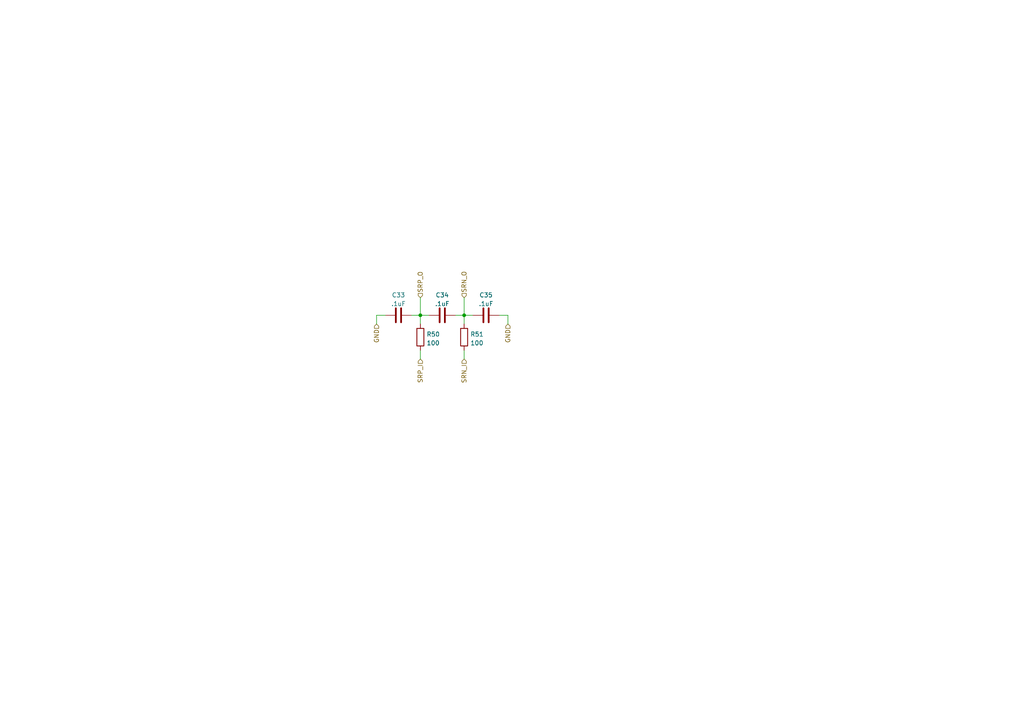
<source format=kicad_sch>
(kicad_sch (version 20211123) (generator eeschema)
  (paper "A4")
  (lib_symbols
    (symbol "Device:C" (pin_numbers hide) (pin_names (offset 0.254))
      (property "Reference" "C" (at 0.635 2.54 0))
      (property "Value" "C" (at 0.635 -2.54 0))
      (symbol "C_0_1"
        (polyline (pts (xy -2.032 -0.762) (xy 2.032 -0.762)) (stroke (width 0.508)))
        (polyline (pts (xy -2.032 0.762) (xy 2.032 0.762)) (stroke (width 0.508)))
      )
      (symbol "C_1_1"
        (pin passive line (at 0 3.81 270) (length 2.794) (name "~") (number "1"))
        (pin passive line (at 0 -3.81 90) (length 2.794) (name "~") (number "2"))
      )
    )
    (symbol "Device:R" (pin_numbers hide) (pin_names (offset 0))
      (property "Reference" "R" (at 2.032 0 90))
      (property "Value" "R" (at 0 0 90))
      (symbol "R_0_1"
        (rectangle (start -1.016 -2.54) (end 1.016 2.54) (stroke (width 0.254)))
      )
      (symbol "R_1_1"
        (pin passive line (at 0 3.81 270) (length 1.27) (name "~") (number "1"))
        (pin passive line (at 0 -3.81 90) (length 1.27) (name "~") (number "2"))
      )
    )
  )
  (junction (at 134.62 91.44))
  (junction (at 121.92 91.44))
  (wire (pts (xy 134.62 101.6) (xy 134.62 104.14)))
  (wire (pts (xy 144.78 91.44) (xy 147.32 91.44)))
  (wire (pts (xy 134.62 86.36) (xy 134.62 91.44)))
  (wire (pts (xy 147.32 91.44) (xy 147.32 93.98)))
  (wire (pts (xy 111.76 91.44) (xy 109.22 91.44)))
  (wire (pts (xy 134.62 91.44) (xy 137.16 91.44)))
  (wire (pts (xy 121.92 101.6) (xy 121.92 104.14)))
  (wire (pts (xy 109.22 91.44) (xy 109.22 93.98)))
  (wire (pts (xy 121.92 91.44) (xy 124.46 91.44)))
  (wire (pts (xy 121.92 86.36) (xy 121.92 91.44)))
  (wire (pts (xy 119.38 91.44) (xy 121.92 91.44)))
  (wire (pts (xy 134.62 91.44) (xy 134.62 93.98)))
  (wire (pts (xy 121.92 91.44) (xy 121.92 93.98)))
  (wire (pts (xy 132.08 91.44) (xy 134.62 91.44)))
  (hierarchical_label "SRN_I" (shape input) (at 134.62 104.14 270))
  (hierarchical_label "SRP_O" (shape input) (at 121.92 86.36 90))
  (hierarchical_label "GND" (shape input) (at 147.32 93.98 270))
  (hierarchical_label "SRN_O" (shape input) (at 134.62 86.36 90))
  (hierarchical_label "GND" (shape input) (at 109.22 93.98 270))
  (hierarchical_label "SRP_I" (shape input) (at 121.92 104.14 270))
  (symbol (lib_id "Device:C") (at 140.97 91.44 90) (unit 1)
    (property "Reference" "C35" (at 140.97 85.5812 90))
    (property "Value" ".1uF" (at 140.97 88.1181 90))
    (property "Footprint" "Capacitor_SMD:C_0603_1608Metric" (effects hide))
    (property "Src_Page" "38" (effects hide))
    (property "Src_Value" "filter" (effects hide))
  )
  (symbol (lib_id "Device:C") (at 115.57 91.44 90) (unit 1)
    (property "Reference" "C33" (at 115.57 85.5812 90))
    (property "Value" ".1uF" (at 115.57 88.1181 90))
    (property "Footprint" "Capacitor_SMD:C_0603_1608Metric" (effects hide))
    (property "Src_Page" "38" (effects hide))
    (property "Src_Value" "filter" (effects hide))
  )
  (symbol (lib_id "Device:C") (at 128.27 91.44 90) (unit 1)
    (property "Reference" "C34" (at 128.27 85.5812 90))
    (property "Value" ".1uF" (at 128.27 88.1181 90))
    (property "Footprint" "Capacitor_SMD:C_0603_1608Metric" (effects hide))
    (property "Src_Page" "38" (effects hide))
    (property "Src_Value" "filter" (effects hide))
  )
  (symbol (lib_id "Device:R") (at 121.92 97.79 0) (unit 1)
    (property "Reference" "R50" (at 123.698 96.9553 0) (effects (justify left)))
    (property "Value" "100" (at 123.698 99.4922 0) (effects (justify left)))
    (property "Footprint" "Resistor_SMD:R_0603_1608Metric" (effects hide))
    (property "Src_Page" "38" (effects hide))
    (property "Src_Value" "filter" (effects hide))
  )
  (symbol (lib_id "Device:R") (at 134.62 97.79 0) (unit 1)
    (property "Reference" "R51" (at 136.398 96.9553 0) (effects (justify left)))
    (property "Value" "100" (at 136.398 99.4922 0) (effects (justify left)))
    (property "Footprint" "Resistor_SMD:R_0603_1608Metric" (effects hide))
    (property "Src_Page" "38" (effects hide))
    (property "Src_Value" "filter" (effects hide))
  )
)
</source>
